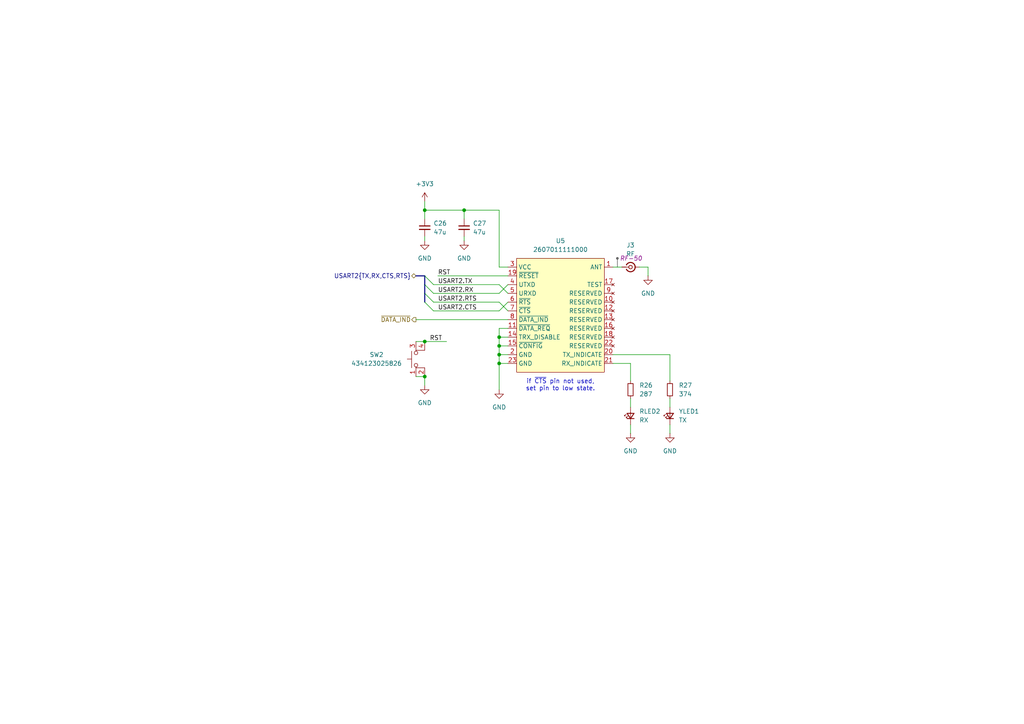
<source format=kicad_sch>
(kicad_sch (version 20250114) (generator "eeschema") (generator_version "9.0")
  (paper "A4")
  (title_block (title "Radio") (date "2025-07-11") (rev "V1.0") (company "Taipei Tech Racing") (comment 1 "design by Chen"))
  (lib_symbols
    (symbol "Connector:Conn_Coaxial_Small" (pin_numbers (hide yes)) (pin_names (offset 1.016) (hide yes))
      (property "Reference" "J" (at 0.254 3.048 0))
      (property "Value" "Conn_Coaxial_Small" (at 0 -3.81 0))
      (symbol "Conn_Coaxial_Small_0_1"
        (polyline (pts (xy -2.54 0) (xy -0.508 0)))
        (circle (center 0 0) (radius 0.508) (stroke (width 0.2032)))
      )
      (symbol "Conn_Coaxial_Small_1_1"
        (arc (start 1.3484 0.0039) (mid 0.327 -1.308) (end -1.1916 -0.6311) (stroke (width 0.3048)))
        (arc (start -1.1916 0.6311) (mid 0.327 1.3081) (end 1.3484 -0.0039) (stroke (width 0.3048)))
        (pin passive line (at -2.54 0 0) (length 1.27) (name "In") (number "1"))
        (pin passive line (at 2.54 0 180) (length 1.27) (name "Ext") (number "2"))
      )
    )
    (symbol "Device:C_Small" (pin_numbers (hide yes)) (pin_names (offset 0.254) (hide yes))
      (property "Reference" "C" (at 0.254 1.778 0))
      (property "Value" "C_Small" (at 0.254 -2.032 0))
      (symbol "C_Small_0_1"
        (polyline (pts (xy -1.524 0.508) (xy 1.524 0.508)) (stroke (width 0.3048)))
        (polyline (pts (xy -1.524 -0.508) (xy 1.524 -0.508)) (stroke (width 0.3302)))
      )
      (symbol "C_Small_1_1"
        (pin passive line (at 0 2.54 270) (length 2.032) (name "~") (number "1"))
        (pin passive line (at 0 -2.54 90) (length 2.032) (name "~") (number "2"))
      )
    )
    (symbol "Device:LED_Small" (pin_numbers (hide yes)) (pin_names (offset 0.254) (hide yes))
      (property "Reference" "D" (at -1.27 3.175 0))
      (property "Value" "LED_Small" (at -4.445 -2.54 0))
      (symbol "LED_Small_0_1"
        (polyline (pts (xy -0.762 -1.016) (xy -0.762 1.016)) (stroke (width 0.254)))
        (polyline (pts (xy 0 0.762) (xy -0.508 1.27) (xy -0.254 1.27) (xy -0.508 1.27) (xy -0.508 1.016)))
        (polyline (pts (xy 0.508 1.27) (xy 0 1.778) (xy 0.254 1.778) (xy 0 1.778) (xy 0 1.524)))
        (polyline (pts (xy 0.762 -1.016) (xy -0.762 0) (xy 0.762 1.016) (xy 0.762 -1.016)) (stroke (width 0.254)))
        (polyline (pts (xy 1.016 0) (xy -0.762 0)))
      )
      (symbol "LED_Small_1_1"
        (pin passive line (at -2.54 0 0) (length 1.778) (name "K") (number "1"))
        (pin passive line (at 2.54 0 180) (length 1.778) (name "A") (number "2"))
      )
    )
    (symbol "Device:R_Small" (pin_numbers (hide yes)) (pin_names (offset 0.254) (hide yes))
      (property "Reference" "R" (at 0.762 0.508 0))
      (property "Value" "R_Small" (at 0.762 -1.016 0))
      (symbol "R_Small_0_1"
        (rectangle (start -0.762 1.778) (end 0.762 -1.778) (stroke (width 0.2032)))
      )
      (symbol "R_Small_1_1"
        (pin passive line (at 0 2.54 270) (length 0.762) (name "~") (number "1"))
        (pin passive line (at 0 -2.54 90) (length 0.762) (name "~") (number "2"))
      )
    )
    (symbol "TTR:2607011111000"
      (property "Reference" "U" (at 0 21.59 0))
      (property "Value" "2607011111000" (at 0 19.05 0))
      (symbol "2607011111000_0_0"
        (pin power_in line (at -15.24 13.97 0) (length 2.54) (name "VCC") (number "3"))
        (pin output line (at -15.24 8.89 0) (length 2.54) (name "UTXD") (number "4"))
        (pin input line (at -15.24 6.35 0) (length 2.54) (name "URXD") (number "5"))
        (pin input line (at -15.24 -6.35 0) (length 2.54) (name "TRX_DISABLE") (number "14"))
        (pin input line (at -15.24 -11.43 0) (length 2.54) (name "GND") (number "2"))
        (pin input line (at -15.24 -13.97 0) (length 2.54) (name "GND") (number "23"))
        (pin bidirectional line (at 15.24 13.97 180) (length 2.54) (name "ANT") (number "1"))
        (pin no_connect line (at 15.24 8.89 180) (length 2.54) (name "TEST") (number "17"))
        (pin no_connect line (at 15.24 6.35 180) (length 2.54) (name "RESERVED") (number "9"))
        (pin no_connect line (at 15.24 3.81 180) (length 2.54) (name "RESERVED") (number "10"))
        (pin no_connect line (at 15.24 1.27 180) (length 2.54) (name "RESERVED") (number "12"))
        (pin no_connect line (at 15.24 -1.27 180) (length 2.54) (name "RESERVED") (number "13"))
        (pin no_connect line (at 15.24 -3.81 180) (length 2.54) (name "RESERVED") (number "16"))
        (pin no_connect line (at 15.24 -6.35 180) (length 2.54) (name "RESERVED") (number "18"))
        (pin no_connect line (at 15.24 -8.89 180) (length 2.54) (name "RESERVED") (number "22"))
        (pin output line (at 15.24 -11.43 180) (length 2.54) (name "TX_INDICATE") (number "20"))
        (pin output line (at 15.24 -13.97 180) (length 2.54) (name "RX_INDICATE") (number "21"))
      )
      (symbol "2607011111000_1_0"
        (pin input line (at -15.24 11.43 0) (length 2.54) (name "~{RESET}") (number "19"))
        (pin output line (at -15.24 3.81 0) (length 2.54) (name "~{RTS}") (number "6"))
        (pin input line (at -15.24 1.27 0) (length 2.54) (name "~{CTS}") (number "7"))
        (pin output line (at -15.24 -1.27 0) (length 2.54) (name "~{DATA_IND}") (number "8"))
        (pin input line (at -15.24 -3.81 0) (length 2.54) (name "~{DATA_REQ}") (number "11"))
        (pin input line (at -15.24 -8.89 0) (length 2.54) (name "~{CONFIG}") (number "15"))
      )
      (symbol "2607011111000_1_1"
        (rectangle (start -12.7 16.51) (end 12.7 -16.51) (fill (type background)))
      )
    )
    (symbol "TTR:434123025826"
      (property "Reference" "SW" (at 0 7.62 0))
      (property "Value" "434123025826" (at 0 5.08 0))
      (symbol "434123025826_0_1"
        (polyline (pts (xy -2.54 2.54) (xy 2.286 2.54)))
        (polyline (pts (xy -2.54 -1.27) (xy -2.54 1.27) (xy -2.286 1.27)))
        (circle (center -1.778 1.27) (radius 0.508))
        (polyline (pts (xy 0 2.54) (xy 0 3.81)))
        (circle (center 1.778 1.27) (radius 0.508))
        (polyline (pts (xy 2.54 -1.27) (xy 2.54 1.27) (xy 2.286 1.27)))
      )
      (symbol "434123025826_1_1"
        (pin passive line (at -5.08 1.27 0) (length 2.54) (name "") (number "1"))
        (pin passive line (at -5.08 -1.27 0) (length 2.54) (name "") (number "2"))
        (pin passive line (at 5.08 1.27 180) (length 2.54) (name "") (number "3"))
        (pin passive line (at 5.08 -1.27 180) (length 2.54) (name "") (number "4"))
      )
    )
    (symbol "power:+3V3" (power) (pin_numbers (hide yes)) (pin_names (offset 0) (hide yes))
      (property "Value" "+3V3" (at 0 3.556 0))
      (symbol "+3V3_0_1"
        (polyline (pts (xy -0.762 1.27) (xy 0 2.54)))
        (polyline (pts (xy 0 2.54) (xy 0.762 1.27)))
        (polyline (pts (xy 0 0) (xy 0 2.54)))
      )
      (symbol "+3V3_1_1"
        (pin power_in line (at 0 0 90) (length 0) (name "~") (number "1"))
      )
    )
    (symbol "power:GND" (power) (pin_numbers (hide yes)) (pin_names (offset 0) (hide yes))
      (property "Value" "GND" (at 0 -3.81 0))
      (symbol "GND_0_1"
        (polyline (pts (xy 0 0) (xy 0 -1.27) (xy 1.27 -1.27) (xy 0 -2.54) (xy -1.27 -1.27) (xy 0 -1.27)))
      )
      (symbol "GND_1_1"
        (pin power_in line (at 0 0 270) (length 0) (name "~") (number "1"))
      )
    )
  )
  (text "if ~{CTS} pin not used,\nset pin to low state." (at 162.56 111.76 0) (effects (font (size 1.27 1.27))))
  (junction (at 144.78 100.33))
  (junction (at 123.19 60.96))
  (junction (at 144.78 102.87))
  (junction (at 144.78 105.41))
  (junction (at 123.19 99.06))
  (junction (at 144.78 97.79))
  (junction (at 134.62 60.96))
  (junction (at 123.19 109.22))
  (bus_entry (at 123.19 85.09) (size 2.54 2.54))
  (bus_entry (at 123.19 82.55) (size 2.54 2.54))
  (bus_entry (at 123.19 80.01) (size 2.54 2.54))
  (bus_entry (at 123.19 87.63) (size 2.54 2.54))
  (wire (pts (xy 194.31 102.87) (xy 194.31 110.49)))
  (wire (pts (xy 125.73 87.63) (xy 144.78 87.63)))
  (wire (pts (xy 134.62 68.58) (xy 134.62 69.85)))
  (wire (pts (xy 125.73 85.09) (xy 144.78 85.09)))
  (wire (pts (xy 144.78 60.96) (xy 134.62 60.96)))
  (bus (pts (xy 123.19 85.09) (xy 123.19 87.63)))
  (wire (pts (xy 123.19 58.42) (xy 123.19 60.96)))
  (wire (pts (xy 182.88 105.41) (xy 182.88 110.49)))
  (wire (pts (xy 144.78 100.33) (xy 144.78 102.87)))
  (wire (pts (xy 147.32 85.09) (xy 144.78 82.55)))
  (wire (pts (xy 194.31 115.57) (xy 194.31 118.11)))
  (wire (pts (xy 123.19 109.22) (xy 120.65 109.22)))
  (wire (pts (xy 177.8 105.41) (xy 182.88 105.41)))
  (bus (pts (xy 123.19 80.01) (xy 123.19 82.55)))
  (wire (pts (xy 147.32 95.25) (xy 144.78 95.25)))
  (wire (pts (xy 123.19 99.06) (xy 129.54 99.06)))
  (wire (pts (xy 123.19 60.96) (xy 134.62 60.96)))
  (wire (pts (xy 144.78 85.09) (xy 147.32 82.55)))
  (wire (pts (xy 147.32 102.87) (xy 144.78 102.87)))
  (wire (pts (xy 120.65 99.06) (xy 123.19 99.06)))
  (wire (pts (xy 134.62 60.96) (xy 134.62 63.5)))
  (wire (pts (xy 144.78 102.87) (xy 144.78 105.41)))
  (wire (pts (xy 177.8 102.87) (xy 194.31 102.87)))
  (wire (pts (xy 182.88 123.19) (xy 182.88 125.73)))
  (wire (pts (xy 144.78 105.41) (xy 147.32 105.41)))
  (wire (pts (xy 147.32 97.79) (xy 144.78 97.79)))
  (wire (pts (xy 120.65 92.71) (xy 147.32 92.71)))
  (wire (pts (xy 177.8 77.47) (xy 180.34 77.47)))
  (wire (pts (xy 144.78 97.79) (xy 144.78 100.33)))
  (wire (pts (xy 185.42 77.47) (xy 187.96 77.47)))
  (wire (pts (xy 144.78 95.25) (xy 144.78 97.79)))
  (wire (pts (xy 144.78 90.17) (xy 147.32 87.63)))
  (wire (pts (xy 187.96 77.47) (xy 187.96 80.01)))
  (wire (pts (xy 144.78 77.47) (xy 144.78 60.96)))
  (wire (pts (xy 144.78 105.41) (xy 144.78 113.03)))
  (bus (pts (xy 120.65 80.01) (xy 123.19 80.01)))
  (wire (pts (xy 144.78 100.33) (xy 147.32 100.33)))
  (wire (pts (xy 194.31 123.19) (xy 194.31 125.73)))
  (wire (pts (xy 182.88 115.57) (xy 182.88 118.11)))
  (wire (pts (xy 125.73 82.55) (xy 144.78 82.55)))
  (wire (pts (xy 147.32 77.47) (xy 144.78 77.47)))
  (wire (pts (xy 123.19 60.96) (xy 123.19 63.5)))
  (wire (pts (xy 125.73 90.17) (xy 144.78 90.17)))
  (wire (pts (xy 144.78 87.63) (xy 147.32 90.17)))
  (bus (pts (xy 123.19 82.55) (xy 123.19 85.09)))
  (wire (pts (xy 123.19 68.58) (xy 123.19 69.85)))
  (wire (pts (xy 123.19 109.22) (xy 123.19 111.76)))
  (wire (pts (xy 127 80.01) (xy 147.32 80.01)))
  (label "USART2.CTS" (at 127 90.17 0))
  (label "RST" (at 127 80.01 0))
  (label "RST" (at 128.27 99.06 180))
  (label "USART2.RX" (at 127 85.09 0))
  (label "USART2.TX" (at 127 82.55 0))
  (label "USART2.RTS" (at 127 87.63 0))
  (hierarchical_label "USART2{TX,RX,CTS,RTS}" (shape bidirectional) (at 120.65 80.01 180))
  (hierarchical_label "~{DATA_IND}" (shape output) (at 120.65 92.71 180))
  (netclass_flag "" (length 2.54) (shape dot) (at 179.07 77.47 0) (property "Netclass" "RF-50" (at 179.7685 74.93 0) (effects (font (italic yes)) (justify left))))
  (symbol (lib_id "power:GND") (at 194.31 125.73 0) (unit 1)
    (property "Reference" "#PWR042" (effects (hide yes)))
    (property "Value" "GND" (at 194.31 130.81 0))
    (property "Description" "Power symbol creates a global label with name \"GND\" , ground" (effects (hide yes)))
  )
  (symbol (lib_id "Device:R_Small") (at 194.31 113.03 0) (unit 1)
    (property "Reference" "R27" (at 196.85 111.7599 0) (effects (justify left)))
    (property "Value" "374" (at 196.85 114.2999 0) (effects (justify left)))
    (property "Footprint" "Resistor_SMD:R_0603_1608Metric" (effects (hide yes)))
    (property "Description" "Resistor, small symbol" (effects (hide yes)))
    (property "MOUSER" "603-AC0603FR-07374RL" (effects (hide yes)))
  )
  (symbol (lib_id "Device:C_Small") (at 123.19 66.04 0) (unit 1)
    (property "Reference" "C26" (at 125.73 64.7762 0) (effects (justify left)))
    (property "Value" "47u" (at 125.73 67.3162 0) (effects (justify left)))
    (property "Footprint" "Capacitor_SMD:C_0805_2012Metric" (effects (hide yes)))
    (property "Description" "Unpolarized capacitor, small symbol" (effects (hide yes)))
    (property "MOUSER" "80-C0805C476M9P" (effects (hide yes)))
  )
  (symbol (lib_id "TTR:434123025826") (at 121.92 104.14 90) (unit 1)
    (property "Reference" "SW2" (at 109.22 102.87 90))
    (property "Value" "434123025826" (at 109.22 105.41 90))
    (property "Footprint" "TTR:434123025826" (effects (hide yes)))
    (property "Datasheet" "https://www.we-online.com/components/products/datasheet/434123025826.pdf" (effects (hide yes)))
    (property "Description" "WS-TASV J-Bend SMT Tact Switch" (effects (hide yes)))
    (property "WE" "434123025826" (effects (hide yes)))
  )
  (symbol (lib_id "Device:LED_Small") (at 182.88 120.65 90) (unit 1)
    (property "Reference" "RLED2" (at 185.42 119.3164 90) (effects (justify right)))
    (property "Value" "RX" (at 185.42 121.8564 90) (effects (justify right)))
    (property "Footprint" "LED_SMD:LED_0603_1608Metric" (effects (hide yes)))
    (property "Description" "Light emitting diode, small symbol" (effects (hide yes)))
    (property "WE" "150060SS55040" (effects (hide yes)))
  )
  (symbol (lib_id "Device:R_Small") (at 182.88 113.03 0) (unit 1)
    (property "Reference" "R26" (at 185.42 111.7599 0) (effects (justify left)))
    (property "Value" "287" (at 185.42 114.2999 0) (effects (justify left)))
    (property "Footprint" "Resistor_SMD:R_0603_1608Metric" (effects (hide yes)))
    (property "Description" "Resistor, small symbol" (effects (hide yes)))
    (property "MOUSER" "603-AC0603FR-07287RL" (effects (hide yes)))
  )
  (symbol (lib_id "Device:LED_Small") (at 194.31 120.65 90) (unit 1)
    (property "Reference" "YLED1" (at 196.85 119.3164 90) (effects (justify right)))
    (property "Value" "TX" (at 196.85 121.8564 90) (effects (justify right)))
    (property "Footprint" "LED_SMD:LED_0603_1608Metric" (effects (hide yes)))
    (property "Description" "Light emitting diode, small symbol" (effects (hide yes)))
    (property "WE" "150060YS55040" (effects (hide yes)))
  )
  (symbol (lib_id "power:GND") (at 182.88 125.73 0) (unit 1)
    (property "Reference" "#PWR040" (effects (hide yes)))
    (property "Value" "GND" (at 182.88 130.81 0))
    (property "Description" "Power symbol creates a global label with name \"GND\" , ground" (effects (hide yes)))
  )
  (symbol (lib_id "TTR:2607011111000") (at 162.56 91.44 0) (unit 1)
    (property "Reference" "U5" (at 162.56 69.85 0))
    (property "Value" "2607011111000" (at 162.56 72.39 0))
    (property "Footprint" "TTR:2607011111000" (effects (hide yes)))
    (property "Description" "WIRL-PRO1 Radio module 169MHz (Titania)" (effects (hide yes)))
    (property "WE" "2607011111000" (effects (hide yes)))
  )
  (symbol (lib_id "Device:C_Small") (at 134.62 66.04 0) (unit 1)
    (property "Reference" "C27" (at 137.16 64.7762 0) (effects (justify left)))
    (property "Value" "47u" (at 137.16 67.3162 0) (effects (justify left)))
    (property "Footprint" "Capacitor_SMD:C_0805_2012Metric" (effects (hide yes)))
    (property "Description" "Unpolarized capacitor, small symbol" (effects (hide yes)))
    (property "MOUSER" "80-C0805C476M9P" (effects (hide yes)))
  )
  (symbol (lib_id "power:GND") (at 134.62 69.85 0) (unit 1)
    (property "Reference" "#PWR038" (effects (hide yes)))
    (property "Value" "GND" (at 134.62 74.93 0))
    (property "Description" "Power symbol creates a global label with name \"GND\" , ground" (effects (hide yes)))
  )
  (symbol (lib_id "power:+3V3") (at 123.19 58.42 0) (unit 1)
    (property "Reference" "#PWR035" (effects (hide yes)))
    (property "Value" "+3V3" (at 123.19 53.34 0))
    (property "Description" "Power symbol creates a global label with name \"+3V3\"" (effects (hide yes)))
  )
  (symbol (lib_id "power:GND") (at 123.19 69.85 0) (unit 1)
    (property "Reference" "#PWR036" (effects (hide yes)))
    (property "Value" "GND" (at 123.19 74.93 0))
    (property "Description" "Power symbol creates a global label with name \"GND\" , ground" (effects (hide yes)))
  )
  (symbol (lib_id "Connector:Conn_Coaxial_Small") (at 182.88 77.47 0) (unit 1)
    (property "Reference" "J3" (at 182.88 71.12 0))
    (property "Value" "RF" (at 182.88 73.66 0))
    (property "Footprint" "Connector_Coaxial:U.FL_Hirose_U.FL-R-SMT-1_Vertical" (effects (hide yes)))
    (property "Description" "small coaxial connector (BNC, SMA, SMB, SMC, Cinch/RCA, LEMO, ...)" (effects (hide yes)))
    (property "WE" "60312102114405" (effects (hide yes)))
  )
  (symbol (lib_id "power:GND") (at 123.19 111.76 0) (unit 1)
    (property "Reference" "#PWR037" (effects (hide yes)))
    (property "Value" "GND" (at 123.19 116.84 0))
    (property "Description" "Power symbol creates a global label with name \"GND\" , ground" (effects (hide yes)))
  )
  (symbol (lib_id "power:GND") (at 187.96 80.01 0) (unit 1)
    (property "Reference" "#PWR041" (effects (hide yes)))
    (property "Value" "GND" (at 187.96 85.09 0))
    (property "Description" "Power symbol creates a global label with name \"GND\" , ground" (effects (hide yes)))
  )
  (symbol (lib_id "power:GND") (at 144.78 113.03 0) (unit 1)
    (property "Reference" "#PWR039" (effects (hide yes)))
    (property "Value" "GND" (at 144.78 118.11 0))
    (property "Description" "Power symbol creates a global label with name \"GND\" , ground" (effects (hide yes)))
  )
)
</source>
